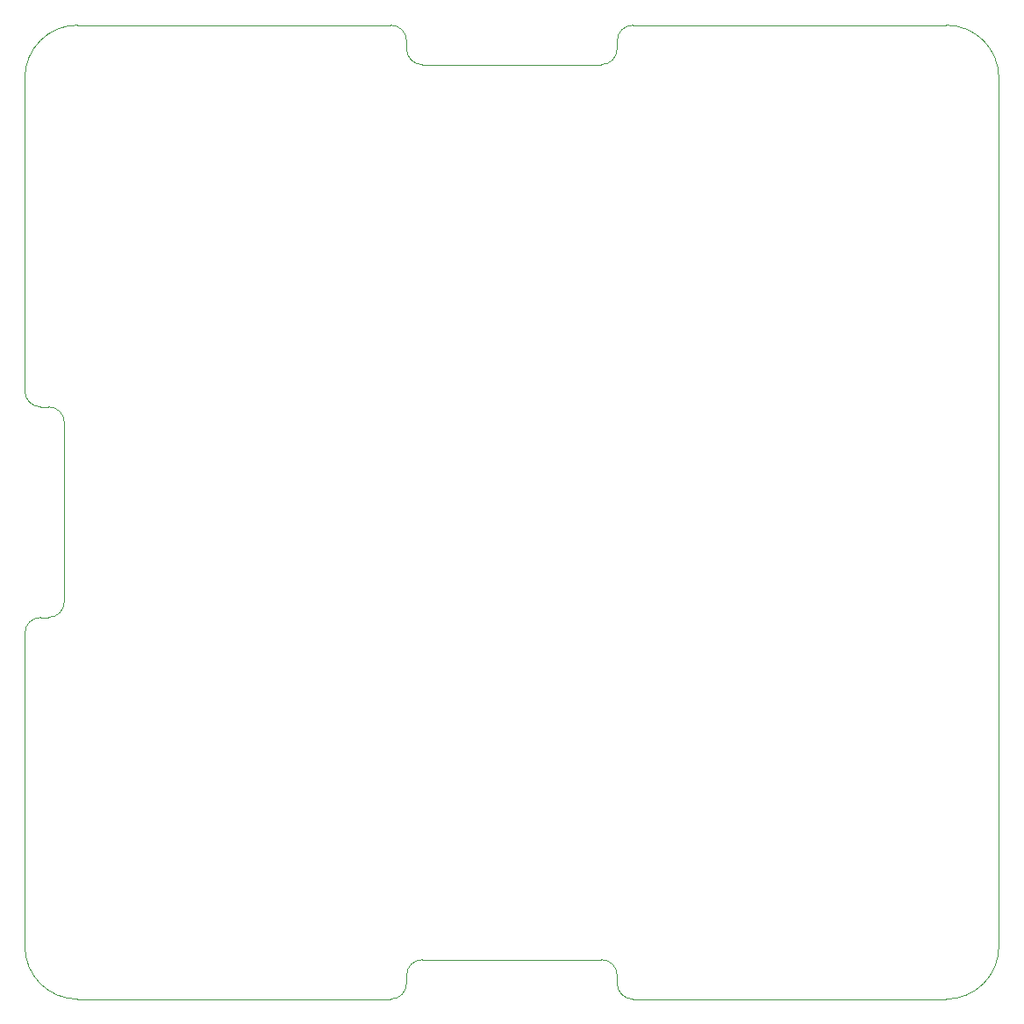
<source format=gbr>
G04 #@! TF.FileFunction,Profile,NP*
%FSLAX46Y46*%
G04 Gerber Fmt 4.6, Leading zero omitted, Abs format (unit mm)*
G04 Created by KiCad (PCBNEW 4.0.7) date 11/09/17 22:03:39*
%MOMM*%
%LPD*%
G01*
G04 APERTURE LIST*
%ADD10C,0.100000*%
G04 APERTURE END LIST*
D10*
X223636960Y-116433720D02*
G75*
G02X218556960Y-121513720I-5080000J0D01*
G01*
X166486960Y-119227720D02*
G75*
G02X168010960Y-117703720I1524000J0D01*
G01*
X185282960Y-117703720D02*
G75*
G02X186806960Y-119227720I0J-1524000D01*
G01*
X166486960Y-119989720D02*
G75*
G02X164962960Y-121513720I-1524000J0D01*
G01*
X218556960Y-27533720D02*
G75*
G02X223636960Y-32613720I0J-5080000D01*
G01*
X188330960Y-121513720D02*
G75*
G02X186806960Y-119989720I0J1524000D01*
G01*
X186806960Y-29057720D02*
G75*
G02X188330960Y-27533720I1524000J0D01*
G01*
X186806960Y-29819720D02*
G75*
G02X185282960Y-31343720I-1524000J0D01*
G01*
X134736960Y-121513720D02*
G75*
G02X129656960Y-116433720I0J5080000D01*
G01*
X129656960Y-32613720D02*
X129656960Y-62839720D01*
X129656960Y-86207720D02*
X129656960Y-116433720D01*
X168010960Y-31343720D02*
G75*
G02X166486960Y-29819720I0J1524000D01*
G01*
X164962960Y-27533720D02*
G75*
G02X166486960Y-29057720I0J-1524000D01*
G01*
X129656960Y-32613720D02*
G75*
G02X134736960Y-27533720I5080000J0D01*
G01*
X131180960Y-64363720D02*
G75*
G02X129656960Y-62839720I0J1524000D01*
G01*
X133466960Y-83159720D02*
G75*
G02X131942960Y-84683720I-1524000J0D01*
G01*
X129656960Y-86207720D02*
G75*
G02X131180960Y-84683720I1524000J0D01*
G01*
X134736960Y-121513720D02*
X164962960Y-121513720D01*
X166486960Y-119989720D02*
X166486960Y-119227720D01*
X168010960Y-117703720D02*
X185282960Y-117703720D01*
X188330960Y-121513720D02*
X218556960Y-121513720D01*
X223636960Y-116433720D02*
X223636960Y-32613720D01*
X218556960Y-27533720D02*
X188330960Y-27533720D01*
X185282960Y-31343720D02*
X168010960Y-31343720D01*
X164962960Y-27533720D02*
X134736960Y-27533720D01*
X131180960Y-64363720D02*
X131942960Y-64363720D01*
X131942960Y-84683720D02*
X131180960Y-84683720D01*
X166486960Y-29819720D02*
X166486960Y-29057720D01*
X133466960Y-65887720D02*
X133466960Y-83159720D01*
X131942960Y-64363720D02*
G75*
G02X133466960Y-65887720I0J-1524000D01*
G01*
X186806960Y-119227720D02*
X186806960Y-119989720D01*
X186806960Y-29057720D02*
X186806960Y-29819720D01*
M02*

</source>
